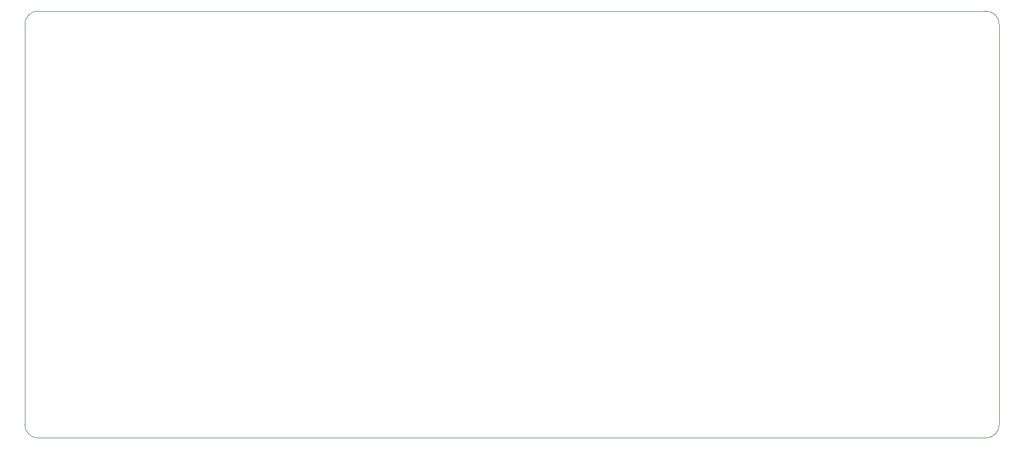
<source format=gm1>
G04 #@! TF.FileFunction,Profile,NP*
%FSLAX46Y46*%
G04 Gerber Fmt 4.6, Leading zero omitted, Abs format (unit mm)*
G04 Created by KiCad (PCBNEW 4.0.2-stable) date 2016 July 30, Saturday 23:08:24*
%MOMM*%
G01*
G04 APERTURE LIST*
%ADD10C,0.100000*%
G04 APERTURE END LIST*
D10*
X52000000Y-50000000D02*
G75*
G03X50000000Y-52000000I0J-2000000D01*
G01*
X50000000Y-112000000D02*
G75*
G03X52000000Y-114000000I2000000J0D01*
G01*
X194000000Y-114000000D02*
G75*
G03X196000000Y-112000000I0J2000000D01*
G01*
X196000000Y-52000000D02*
G75*
G03X194000000Y-50000000I-2000000J0D01*
G01*
X194000000Y-114000000D02*
X52000000Y-114000000D01*
X196000000Y-52000000D02*
X196000000Y-112000000D01*
X50000000Y-52000000D02*
X50000000Y-112000000D01*
X52000000Y-50000000D02*
X194000000Y-50000000D01*
M02*

</source>
